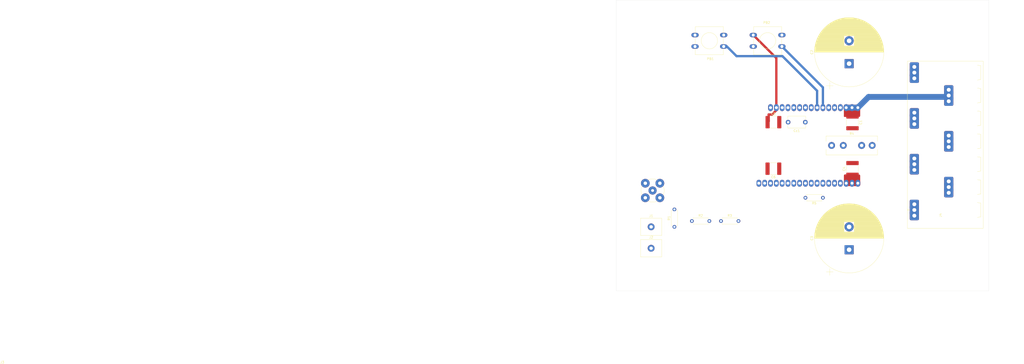
<source format=kicad_pcb>
(kicad_pcb (version 20241229) (generator "pcbnew") (generator_version "9.0")
  (layers (0 "F.Cu" signal) (2 "B.Cu" signal) (13 "F.Paste" user) (15 "B.Paste" user) (5 "F.SilkS" user "F.Silkscreen") (7 "B.SilkS" user "B.Silkscreen") (1 "F.Mask" user) (3 "B.Mask" user) (25 "Edge.Cuts" user))
  (net 0 "")
  (net 1 "GND")
  (net 2 "Net-(J1-Pin_1)")
  (net 5 "Net-(R2-Pad2)")
  (net 6 "Net-(U MP118DF1-Cc2)")
  (net 7 "Net-(U MP118DF1-Cc1)")
  (net 8 "Net-(U MP118DF1-SD_)")
  (net 9 "Net-(PB2-A)")
  (net 10 "Net-(U MP118DF1--IN)")
  (net 11 "Net-(U MP118DF1-+Isd)")
  (net 12 "Net-(U MP118DF1--Isd)")
  (net 13 "/OUT_0")
  (net 14 "/+Vs")
  (net 15 "/-Vs")
  (net 16 "/+Vb")
  (net 17 "/-Vb")
  (net 18 "/SPARE")
  (net 20 "/OUT")
  (footprint "Library:PhoenixContact_SPT_5_7-H-7.5-ZB_1x07_P7.5mm_Horizontal" (layer "F.Cu") (at 206.248 132.294 90)
    (property "Reference" "J4" (at 0.214 11.43 90) (layer "F.SilkS"))
    (property "Value" "Conn_01x07_Socket")
    (pad "" thru_hole roundrect (at 0 0 90) (size 4 4) (drill 1.7) (layers "*.Cu" "*.Mask") (roundrect_rratio 0.15))
    (pad "" thru_hole roundrect (at 5 0 90) (size 4 4) (drill 1.7) (layers "*.Cu" "*.Mask") (roundrect_rratio 0.15))
    (pad "" thru_hole roundrect (at 10 15 90) (size 4 4) (drill 1.7) (layers "*.Cu" "*.Mask") (roundrect_rratio 0.15))
    (pad "" thru_hole roundrect (at 15 15 90) (size 4 4) (drill 1.7) (layers "*.Cu" "*.Mask") (roundrect_rratio 0.15))
    (pad "" thru_hole roundrect (at 20 0 90) (size 4 4) (drill 1.7) (layers "*.Cu" "*.Mask") (roundrect_rratio 0.15))
    (pad "" thru_hole roundrect (at 25 0 90) (size 4 4) (drill 1.7) (layers "*.Cu" "*.Mask") (roundrect_rratio 0.15))
    (pad "" thru_hole roundrect (at 30 15 90) (size 4 4) (drill 1.7) (layers "*.Cu" "*.Mask") (roundrect_rratio 0.15))
    (pad "" thru_hole roundrect (at 35 15 90) (size 4 4) (drill 1.7) (layers "*.Cu" "*.Mask") (roundrect_rratio 0.15))
    (pad "" thru_hole roundrect (at 40 0 90) (size 4 4) (drill 1.7) (layers "*.Cu" "*.Mask") (roundrect_rratio 0.15))
    (pad "" thru_hole roundrect (at 45 0 90) (size 4 4) (drill 1.7) (layers "*.Cu" "*.Mask") (roundrect_rratio 0.15))
    (pad "" thru_hole roundrect (at 50 15 90) (size 4 4) (drill 1.7) (layers "*.Cu" "*.Mask") (roundrect_rratio 0.15))
    (pad "" thru_hole roundrect (at 55 15 90) (size 4 4) (drill 1.7) (layers "*.Cu" "*.Mask") (roundrect_rratio 0.15))
    (pad "" thru_hole roundrect (at 60 0 90) (size 4 4) (drill 1.7) (layers "*.Cu" "*.Mask") (roundrect_rratio 0.15))
    (pad "" thru_hole roundrect (at 65 0 90) (size 4 4) (drill 1.7) (layers "*.Cu" "*.Mask") (roundrect_rratio 0.15))
    (pad "1" thru_hole roundrect (at 2.5 0 90) (size 4 4) (drill 1.7) (layers "*.Cu" "*.Mask") (roundrect_rratio 0.15) (net 18 "/SPARE"))
    (pad "2" thru_hole roundrect (at 12.5 15 90) (size 4 4) (drill 1.7) (layers "*.Cu" "*.Mask") (roundrect_rratio 0.15) (net 14 "/+Vs"))
    (pad "3" thru_hole roundrect (at 22.5 0 90) (size 4 4) (drill 1.7) (layers "*.Cu" "*.Mask") (roundrect_rratio 0.15) (net 16 "/+Vb"))
    (pad "4" thru_hole roundrect (at 32.5 15 90) (size 4 4) (drill 1.7) (layers "*.Cu" "*.Mask") (roundrect_rratio 0.15) (net 20 "/OUT"))
    (pad "5" thru_hole roundrect (at 42.5 0 90) (size 4 4) (drill 1.7) (layers "*.Cu" "*.Mask") (roundrect_rratio 0.15) (net 1 "GND"))
    (pad "6" thru_hole roundrect (at 52.5 15 90) (size 4 4) (drill 1.7) (layers "*.Cu" "*.Mask") (roundrect_rratio 0.15) (net 15 "/-Vs"))
    (pad "7" thru_hole roundrect (at 62.5 0 90) (size 4 4) (drill 1.7) (layers "*.Cu" "*.Mask") (roundrect_rratio 0.15) (net 17 "/-Vb"))
  )
  (footprint "Resistor_THT:R_Axial_DIN0207_L6.3mm_D2.5mm_P7.62mm_Horizontal" (layer "F.Cu") (at 121.92 134.62)
    (property "Reference" "R3" (at 3.81 -2.37 0) (layer "F.SilkS"))
    (property "Value" "10K")
    (pad "1" thru_hole circle (at 0 0) (size 1.6 1.6) (drill 0.8) (layers "*.Cu" "*.Mask") (net 5 "Net-(R2-Pad2)"))
    (pad "2" thru_hole circle (at 7.62 0) (size 1.6 1.6) (drill 0.8) (layers "*.Cu" "*.Mask") (net 20 "/OUT"))
  )
  (footprint "Capacitor_SMD:C_2220_5750Metric" (layer "F.Cu") (at 179.264997 111.847998 90)
    (property "Reference" "C4" (at 0 -3.65 90) (layer "F.SilkS"))
    (property "Value" "1uF")
    (pad "1" smd roundrect (at -2.55 0 90) (size 1.8 5.4) (layers "F.Cu" "F.Mask" "F.Paste") (roundrect_rratio 0.138889) (net 15 "/-Vs"))
    (pad "2" smd roundrect (at 2.55 0 90) (size 1.8 5.4) (layers "F.Cu" "F.Mask" "F.Paste") (roundrect_rratio 0.138889) (net 1 "GND"))
  )
  (footprint "Resistor_THT:R_Axial_DIN0207_L6.3mm_D2.5mm_P7.62mm_Horizontal" (layer "F.Cu") (at 101.6 137.16 90)
    (property "Reference" "R1" (at 3.81 -2.37 90) (layer "F.SilkS"))
    (property "Value" "1K")
    (pad "1" thru_hole circle (at 0 0 90) (size 1.6 1.6) (drill 0.8) (layers "*.Cu" "*.Mask") (net 10 "Net-(U MP118DF1--IN)"))
    (pad "2" thru_hole circle (at 7.62 0 90) (size 1.6 1.6) (drill 0.8) (layers "*.Cu" "*.Mask") (net 2 "Net-(J1-Pin_1)"))
  )
  (footprint "TerminalBlock_MetzConnect:TerminalBlock_MetzConnect_360271_1x01_Horizontal_ScrewM3.0_Boxed" (layer "F.Cu") (at 91.44 137.16)
    (property "Reference" "J1" (at 0 -4.77 0) (layer "F.SilkS"))
    (property "Value" "Screw_Terminal_01x01")
    (pad "1" thru_hole circle (at 0 0) (size 3 3) (drill 1.5) (layers "*.Cu" "*.Mask") (net 2 "Net-(J1-Pin_1)"))
  )
  (footprint "Capacitor_THT:CP_Radial_D30.0mm_P10.00mm_SnapIn" (layer "F.Cu") (at 177.8 147.16 90)
    (property "Reference" "C3" (at 5 -16.25 90) (layer "F.SilkS"))
    (property "Value" "680uF")
    (pad "1" thru_hole roundrect (at 0 0 90) (size 4 4) (drill 2) (layers "*.Cu" "*.Mask") (roundrect_rratio 0.0625) (net 15 "/-Vs"))
    (pad "2" thru_hole circle (at 10 0 90) (size 4 4) (drill 2) (layers "*.Cu" "*.Mask") (net 1 "GND"))
  )
  (footprint "Capacitor_THT:C_Disc_D7.5mm_W5.0mm_P7.50mm" (layer "F.Cu") (at 158.69 91.44 180)
    (property "Reference" "Cc1" (at 3.75 -3.75 0) (layer "F.SilkS"))
    (property "Value" "10 pF")
    (pad "1" thru_hole circle (at 0 0 180) (size 2 2) (drill 1) (layers "*.Cu" "*.Mask") (net 6 "Net-(U MP118DF1-Cc2)"))
    (pad "2" thru_hole circle (at 7.5 0 180) (size 2 2) (drill 1) (layers "*.Cu" "*.Mask") (net 7 "Net-(U MP118DF1-Cc1)"))
  )
  (footprint "Library:SW_PUSH-12mm" (layer "F.Cu") (at 135.99 53.38)
    (property "Reference" "PB2" (at 5.83 -5.41 0) (layer "F.SilkS"))
    (property "Value" "RESET")
    (pad "1" thru_hole oval (at 0 0) (size 3.2 1.9) (drill 1.3) (layers "*.Cu" "*.Mask") (net 1 "GND"))
    (pad "2" thru_hole oval (at 12.5 0) (size 3.2 1.9) (drill 1.3) (layers "*.Cu" "*.Mask"))
    (pad "3" thru_hole oval (at 0 5) (size 3.2 1.9) (drill 1.3) (layers "*.Cu" "*.Mask"))
    (pad "4" thru_hole oval (at 12.5 5) (size 3.2 1.9) (drill 1.3) (layers "*.Cu" "*.Mask") (net 9 "Net-(PB2-A)"))
  )
  (footprint "Capacitor_THT:CP_Radial_D30.0mm_P10.00mm_SnapIn" (layer "F.Cu") (at 177.8 65.88 90)
    (property "Reference" "C2" (at 5 -16.25 90) (layer "F.SilkS"))
    (property "Value" "680uF")
    (pad "1" thru_hole roundrect (at 0 0 90) (size 4 4) (drill 2) (layers "*.Cu" "*.Mask") (roundrect_rratio 0.0625) (net 14 "/+Vs"))
    (pad "2" thru_hole circle (at 10 0 90) (size 4 4) (drill 2) (layers "*.Cu" "*.Mask") (net 1 "GND"))
  )
  (footprint "Capacitor_SMD:C_2220_5750Metric" (layer "F.Cu") (at 144.77 111.76 180)
    (property "Reference" "C6" (at 0 -3.65 0) (layer "F.SilkS"))
    (property "Value" "1uF")
    (pad "1" smd roundrect (at -2.55 0 180) (size 1.8 5.4) (layers "F.Cu" "F.Mask" "F.Paste") (roundrect_rratio 0.138889) (net 17 "/-Vb"))
    (pad "2" smd roundrect (at 2.55 0 180) (size 1.8 5.4) (layers "F.Cu" "F.Mask" "F.Paste") (roundrect_rratio 0.138889) (net 1 "GND"))
  )
  (footprint "Resistor_THT:R_Axial_DIN0207_L6.3mm_D2.5mm_P7.62mm_Horizontal" (layer "F.Cu") (at 166.37 124.46 180)
    (property "Reference" "R5" (at 3.81 -2.37 0) (layer "F.SilkS"))
    (property "Value" "0")
    (pad "1" thru_hole circle (at 0 0 180) (size 1.6 1.6) (drill 0.8) (layers "*.Cu" "*.Mask") (net 15 "/-Vs"))
    (pad "2" thru_hole circle (at 7.62 0 180) (size 1.6 1.6) (drill 0.8) (layers "*.Cu" "*.Mask") (net 17 "/-Vb"))
  )
  (footprint "Resistor_THT:R_Axial_DIN0207_L6.3mm_D2.5mm_P7.62mm_Horizontal" (layer "F.Cu") (at 109.22 134.62)
    (property "Reference" "R2" (at 3.81 -2.37 0) (layer "F.SilkS"))
    (property "Value" "10K")
    (pad "1" thru_hole circle (at 0 0) (size 1.6 1.6) (drill 0.8) (layers "*.Cu" "*.Mask") (net 10 "Net-(U MP118DF1--IN)"))
    (pad "2" thru_hole circle (at 7.62 0) (size 1.6 1.6) (drill 0.8) (layers "*.Cu" "*.Mask") (net 5 "Net-(R2-Pad2)"))
  )
  (footprint "Library:SW_PUSH-12mm" (layer "F.Cu") (at 123.09 58.38 180)
    (property "Reference" "PB1" (at 5.83 -5.41 0) (layer "F.SilkS"))
    (property "Value" "SD")
    (pad "1" thru_hole oval (at 0 0 180) (size 3.2 1.9) (drill 1.3) (layers "*.Cu" "*.Mask") (net 8 "Net-(U MP118DF1-SD_)"))
    (pad "2" thru_hole oval (at 12.5 0 180) (size 3.2 1.9) (drill 1.3) (layers "*.Cu" "*.Mask"))
    (pad "3" thru_hole oval (at 0 5 180) (size 3.2 1.9) (drill 1.3) (layers "*.Cu" "*.Mask"))
    (pad "4" thru_hole oval (at 12.5 5 180) (size 3.2 1.9) (drill 1.3) (layers "*.Cu" "*.Mask") (net 1 "GND"))
  )
  (footprint "Capacitor_SMD:C_2220_5750Metric" (layer "F.Cu") (at 179.264997 91.536489 -90)
    (property "Reference" "C1" (at 0 -3.65 90) (layer "F.SilkS"))
    (property "Value" "1uF")
    (pad "1" smd roundrect (at -2.55 0 270) (size 1.8 5.4) (layers "F.Cu" "F.Mask" "F.Paste") (roundrect_rratio 0.138889) (net 14 "/+Vs"))
    (pad "2" smd roundrect (at 2.55 0 270) (size 1.8 5.4) (layers "F.Cu" "F.Mask" "F.Paste") (roundrect_rratio 0.138889) (net 1 "GND"))
  )
  (footprint "Library:Shunt PBV Isabellenhutte 17,78x7,62" (layer "F.Cu") (at 166.26 101.6)
    (property "Reference" "R4" (at 12.7 -5.12 0) (layer "F.SilkS"))
    (property "Value" "0.54")
    (pad "1" thru_hole circle (at 3.9 0) (size 3 3) (drill 1.5) (layers "*.Cu" "*.Mask") (net 13 "/OUT_0"))
    (pad "2" thru_hole circle (at 9 0) (size 3 3) (drill 1.5) (layers "*.Cu" "*.Mask") (net 11 "Net-(U MP118DF1-+Isd)"))
    (pad "3" thru_hole circle (at 17 0) (size 3.050926 3.050926) (drill 1.5) (layers "*.Cu" "*.Mask") (net 12 "Net-(U MP118DF1--Isd)"))
    (pad "4" thru_hole circle (at 21.6 0) (size 3 3) (drill 1.5) (layers "*.Cu" "*.Mask") (net 20 "/OUT"))
  )
  (footprint "TerminalBlock_MetzConnect:TerminalBlock_MetzConnect_360271_1x01_Horizontal_ScrewM3.0_Boxed" (layer "F.Cu") (at 91.44 146.51)
    (property "Reference" "J2" (at 0 -4.77 0) (layer "F.SilkS"))
    (property "Value" "Screw_Terminal_01x01")
    (pad "1" thru_hole circle (at 0 0) (size 3 3) (drill 1.5) (layers "*.Cu" "*.Mask") (net 1 "GND"))
  )
  (footprint "Capacitor_SMD:C_2220_5750Metric" (layer "F.Cu") (at 144.79 91.44)
    (property "Reference" "C5" (at 0 -3.65 0) (layer "F.SilkS"))
    (property "Value" "1uF")
    (pad "1" smd roundrect (at -2.55 0) (size 1.8 5.4) (layers "F.Cu" "F.Mask" "F.Paste") (roundrect_rratio 0.138889) (net 1 "GND"))
    (pad "2" smd roundrect (at 2.55 0) (size 1.8 5.4) (layers "F.Cu" "F.Mask" "F.Paste") (roundrect_rratio 0.138889) (net 16 "/+Vb"))
  )
  (footprint "Connector_Coaxial:BNC_TEConnectivity_1478204_Vertical" (layer "F.Cu") (at 92.075 121.285)
    (property "Reference" "J3" (at -283.67 75.01 0) (layer "F.SilkS"))
    (property "Value" "Conn_Coaxial")
    (pad "1" thru_hole circle (at 0 0) (size 3.556 3.556) (drill 1.27) (layers "*.Cu" "*.Mask") (net 2 "Net-(J1-Pin_1)"))
    (pad "2" thru_hole circle (at -3.175 -3.175) (size 3.81 3.81) (drill 1.524) (layers "*.Cu" "*.Mask") (net 1 "GND"))
    (pad "2" thru_hole circle (at -3.175 3.175) (size 3.81 3.81) (drill 1.524) (layers "*.Cu" "*.Mask") (net 1 "GND"))
    (pad "2" thru_hole circle (at 3.175 -3.175) (size 3.81 3.81) (drill 1.524) (layers "*.Cu" "*.Mask") (net 1 "GND"))
    (pad "2" thru_hole circle (at 3.175 3.175) (size 3.81 3.81) (drill 1.524) (layers "*.Cu" "*.Mask") (net 1 "GND"))
  )
  (footprint "Library:MP118" (layer "F.Cu") (at 143.51 85.09 -90)
    (property "Reference" "U MP118DF1" (hide yes))
    (property "Value" "~")
    (pad "1" thru_hole oval (at 0 0 270) (size 3.048 2.032) (drill 1.27) (layers "*.Cu" "*.Mask"))
    (pad "2" thru_hole oval (at 0 -2.54 270) (size 3.048 2.032) (drill 1.27) (layers "*.Cu" "*.Mask") (net 1 "GND"))
    (pad "3" thru_hole oval (at 0 -5.08 270) (size 3.048 2.032) (drill 1.27) (layers "*.Cu" "*.Mask") (net 1 "GND"))
    (pad "4" thru_hole oval (at 0 -7.62 270) (size 3.048 2.032) (drill 1.27) (layers "*.Cu" "*.Mask") (net 16 "/+Vb"))
    (pad "5" thru_hole oval (at 0 -10.16 270) (size 3.048 2.032) (drill 1.27) (layers "*.Cu" "*.Mask") (net 7 "Net-(U MP118DF1-Cc1)"))
    (pad "6" thru_hole oval (at 0 -12.7 270) (size 3.048 2.032) (drill 1.27) (layers "*.Cu" "*.Mask") (net 6 "Net-(U MP118DF1-Cc2)"))
    (pad "7" thru_hole oval (at 0 -15.24 270) (size 3.048 2.032) (drill 1.27) (layers "*.Cu" "*.Mask") (net 18 "/SPARE"))
    (pad "8" thru_hole oval (at 0 -17.78 270) (size 3.048 2.032) (drill 1.27) (layers "*.Cu" "*.Mask") (net 16 "/+Vb"))
    (pad "9" thru_hole oval (at 0 -20.32 270) (size 3.048 2.032) (drill 1.27) (layers "*.Cu" "*.Mask") (net 8 "Net-(U MP118DF1-SD_)"))
    (pad "10" thru_hole oval (at 0 -22.86 270) (size 3.048 2.032) (drill 1.27) (layers "*.Cu" "*.Mask") (net 9 "Net-(PB2-A)"))
    (pad "11" thru_hole oval (at 0 -25.4 270) (size 3.048 2.032) (drill 1.27) (layers "*.Cu" "*.Mask") (net 13 "/OUT_0"))
    (pad "12" thru_hole oval (at 0 -27.94 270) (size 3.048 2.032) (drill 1.27) (layers "*.Cu" "*.Mask") (net 13 "/OUT_0"))
    (pad "13" thru_hole oval (at 0 -30.48 270) (size 3.048 2.032) (drill 1.27) (layers "*.Cu" "*.Mask") (net 13 "/OUT_0"))
    (pad "14" thru_hole oval (at 0 -33.02 270) (size 3.048 2.032) (drill 1.27) (layers "*.Cu" "*.Mask") (net 14 "/+Vs"))
    (pad "15" thru_hole oval (at 0 -35.56 270) (size 3.048 2.032) (drill 1.27) (layers "*.Cu" "*.Mask") (net 14 "/+Vs"))
    (pad "16" thru_hole oval (at 0 -38.1 270) (size 3.048 2.032) (drill 1.27) (layers "*.Cu" "*.Mask") (net 14 "/+Vs"))
    (pad "17" thru_hole oval (at 33.02 -38.1 270) (size 3.048 2.032) (drill 1.27) (layers "*.Cu" "*.Mask") (net 15 "/-Vs"))
    (pad "18" thru_hole oval (at 33.02 -35.56 270) (size 3.048 2.032) (drill 1.27) (layers "*.Cu" "*.Mask") (net 15 "/-Vs"))
    (pad "19" thru_hole oval (at 33.02 -33.02 270) (size 3.048 2.032) (drill 1.27) (layers "*.Cu" "*.Mask") (net 15 "/-Vs"))
    (pad "20" thru_hole oval (at 33.02 -30.48 270) (size 3.048 2.032) (drill 1.27) (layers "*.Cu" "*.Mask") (net 13 "/OUT_0"))
    (pad "21" thru_hole oval (at 33.02 -27.94 270) (size 3.048 2.032) (drill 1.27) (layers "*.Cu" "*.Mask") (net 13 "/OUT_0"))
    (pad "22" thru_hole oval (at 33.02 -25.4 270) (size 3.048 2.032) (drill 1.27) (layers "*.Cu" "*.Mask") (net 13 "/OUT_0"))
    (pad "23" thru_hole oval (at 33.02 -22.86 270) (size 3.048 2.032) (drill 1.27) (layers "*.Cu" "*.Mask"))
    (pad "24" thru_hole oval (at 33.02 -20.32 270) (size 3.048 2.032) (drill 1.27) (layers "*.Cu" "*.Mask"))
    (pad "25" thru_hole oval (at 33.02 -17.78 270) (size 3.048 2.032) (drill 1.27) (layers "*.Cu" "*.Mask") (net 17 "/-Vb"))
    (pad "26" thru_hole oval (at 33.02 -15.24 270) (size 3.048 2.032) (drill 1.27) (layers "*.Cu" "*.Mask"))
    (pad "27" thru_hole oval (at 33.02 -12.7 270) (size 3.048 2.032) (drill 1.27) (layers "*.Cu" "*.Mask") (net 12 "Net-(U MP118DF1--Isd)"))
    (pad "28" thru_hole oval (at 33.02 -10.16 270) (size 3.048 2.032) (drill 1.27) (layers "*.Cu" "*.Mask") (net 11 "Net-(U MP118DF1-+Isd)"))
    (pad "29" thru_hole oval (at 33.02 -7.62 270) (size 3.048 2.032) (drill 1.27) (layers "*.Cu" "*.Mask"))
    (pad "30" thru_hole oval (at 33.02 -5.08 270) (size 3.048 2.032) (drill 1.27) (layers "*.Cu" "*.Mask") (net 17 "/-Vb"))
    (pad "31" thru_hole oval (at 33.02 -2.54 270) (size 3.048 2.032) (drill 1.27) (layers "*.Cu" "*.Mask"))
    (pad "32" thru_hole oval (at 33.02 0 270) (size 3.048 2.032) (drill 1.27) (layers "*.Cu" "*.Mask") (net 1 "GND"))
    (pad "33" thru_hole oval (at 33.02 2.54 270) (size 3.048 2.032) (drill 1.27) (layers "*.Cu" "*.Mask") (net 1 "GND"))
    (pad "34" thru_hole oval (at 33.02 5.08 270) (size 3.048 2.032) (drill 1.27) (layers "*.Cu" "*.Mask") (net 10 "Net-(U MP118DF1--IN)"))
  )
  (gr_rect (start 76.2 38.1) (end 238.76 165.1) (stroke (width 0.05)) (fill no) (layer "Edge.Cuts"))
  (segment (start 146.05 85.09) (end 146.05 63.44) (width 1) (layer "F.Cu") (net 1))
  (segment (start 142.7 90.98) (end 142.24 91.44) (width 1) (layer "F.Cu") (net 1))
  (segment (start 146.05 85.09) (end 146.05 86.25) (width 1) (layer "F.Cu") (net 1))
  (segment (start 146.05 86.25) (end 144.2 88.1) (width 1) (layer "F.Cu") (net 1))
  (segment (start 144.2 88.1) (end 142.7 88.1) (width 1) (layer "F.Cu") (net 1))
  (segment (start 146.05 63.44) (end 135.99 53.38) (width 1) (layer "F.Cu") (net 1))
  (segment (start 142.7 88.1) (end 142.7 90.98) (width 1) (layer "F.Cu") (net 1))
  (segment (start 124.48 58.38) (end 123.09 58.38) (width 1) (layer "B.Cu") (net 8))
  (segment (start 163.83 77.73) (end 148.7 62.6) (width 1) (layer "B.Cu") (net 8))
  (segment (start 163.83 85.09) (end 163.83 77.73) (width 1) (layer "B.Cu") (net 8))
  (segment (start 148.7 62.6) (end 128.7 62.6) (width 1) (layer "B.Cu") (net 8))
  (segment (start 128.7 62.6) (end 124.48 58.38) (width 1) (layer "B.Cu") (net 8))
  (segment (start 166.37 76.26) (end 148.49 58.38) (width 1) (layer "B.Cu") (net 9))
  (segment (start 166.37 85.09) (end 166.37 76.26) (width 1) (layer "B.Cu") (net 9))
  (segment (start 186.292665 80.407335) (end 181.61 85.09) (width 2.54) (layer "B.Cu") (net 14))
  (segment (start 181.61 85.09) (end 179.07 85.09) (width 2.54) (layer "B.Cu") (net 14))
  (segment (start 221.108275 82.907335) (end 221.108275 80.407335) (width 2.54) (layer "B.Cu") (net 14))
  (segment (start 179.07 85.09) (end 176.53 85.09) (width 2.54) (layer "B.Cu") (net 14))
  (segment (start 221.108275 80.407335) (end 186.292665 80.407335) (width 2.54) (layer "B.Cu") (net 14))
  (segment (start 221.108275 77.907335) (end 221.108275 80.407335) (width 2.54) (layer "B.Cu") (net 14))
  (zone (net 15) (net_name "/-Vs") (layer "F.Cu") (name "-Vs_ZONA") (priority 1) (connect_pads yes (clearance 0.254)) (min_thickness 0.25) (fill yes (thermal_gap 0.5) (thermal_bridge_width 0.5) (smoothing fillet) (radius 0.508))
    (polygon (pts (xy 175.525889 114.245483) (xy 182.626 114.3) (xy 182.626 119.38) (xy 175.525889 119.325483)))
  )
  (zone (net 14) (net_name "/+Vs") (layer "F.Cu") (name "-Vs_ZONA") (connect_pads yes (clearance 0.254)) (min_thickness 0.25) (fill yes (thermal_gap 0.5) (thermal_bridge_width 0.5) (smoothing fillet) (radius 0.508))
    (polygon (pts (xy 182.626 89.154) (xy 182.626 83.82) (xy 175.514 83.82) (xy 175.514 89.154) (xy 176.022 89.154)))
  )
)
</source>
